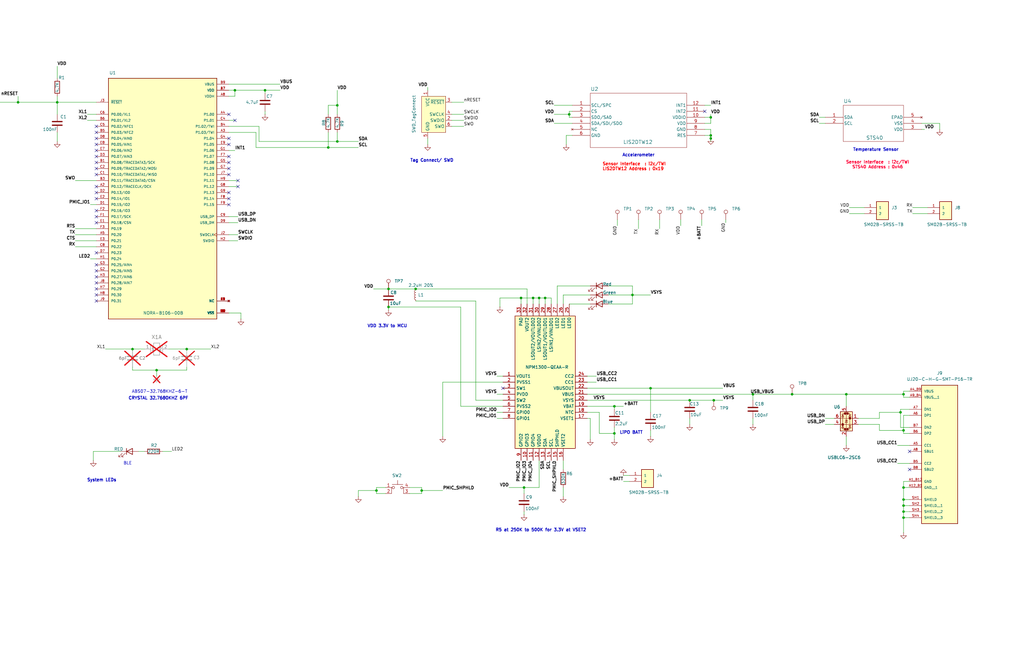
<source format=kicad_sch>
(kicad_sch (version 20231120) (generator "eeschema") (generator_version "8.0")
  (paper "B")
  (junction (at 381 210.82))
  (junction (at 317.5 166.37))
  (junction (at 379.73 173.99))
  (junction (at 224.79 125.73))
  (junction (at 381 205.74))
  (junction (at 138.43 62.23))
  (junction (at 78.74 147.32))
  (junction (at 381 215.9))
  (junction (at 259.08 182.88))
  (junction (at 163.83 129.54))
  (junction (at 381 166.37))
  (junction (at 175.26 121.92))
  (junction (at -20.32 43.18))
  (junction (at 24.13 43.18))
  (junction (at 177.8 207.01))
  (junction (at 381 181.61))
  (junction (at 300.99 168.91))
  (junction (at 299.72 57.15))
  (junction (at 299.72 58.42))
  (junction (at 142.24 59.69))
  (junction (at 219.71 125.73))
  (junction (at 220.98 205.74))
  (junction (at 7.62 43.18))
  (junction (at 299.72 49.53))
  (junction (at 334.01 166.37))
  (junction (at 66.04 156.21))
  (junction (at 290.83 168.91))
  (junction (at 227.33 125.73))
  (junction (at 266.7 124.46))
  (junction (at 99.06 38.1))
  (junction (at 381 213.36))
  (junction (at 111.76 38.1))
  (junction (at -1.27 43.18))
  (junction (at 158.75 207.01))
  (junction (at 163.83 121.92))
  (junction (at 259.08 171.45))
  (junction (at 356.87 166.37))
  (junction (at 274.32 163.83))
  (junction (at 381 218.44))
  (junction (at 142.24 44.45))
  (junction (at 240.03 48.26))
  (junction (at 229.87 125.73))
  (junction (at 55.88 147.32))
  (no_connect (at 96.52 60.96))
  (no_connect (at 40.64 60.96))
  (no_connect (at 40.64 73.66))
  (no_connect (at 383.54 190.5))
  (no_connect (at 40.64 91.44))
  (no_connect (at 40.64 68.58))
  (no_connect (at 40.64 71.12))
  (no_connect (at 96.52 86.36))
  (no_connect (at 40.64 93.98))
  (no_connect (at 383.54 198.12))
  (no_connect (at 40.64 58.42))
  (no_connect (at 40.64 55.88))
  (no_connect (at 96.52 48.26))
  (no_connect (at 40.64 88.9))
  (no_connect (at 40.64 124.46))
  (no_connect (at 40.64 78.74))
  (no_connect (at 40.64 63.5))
  (no_connect (at 40.64 121.92))
  (no_connect (at 40.64 127))
  (no_connect (at 40.64 114.3))
  (no_connect (at 297.18 46.99))
  (no_connect (at 100.33 78.74))
  (no_connect (at 212.09 163.83))
  (no_connect (at 96.52 83.82))
  (no_connect (at 40.64 116.84))
  (no_connect (at 40.64 66.04))
  (no_connect (at 40.64 53.34))
  (no_connect (at 40.64 111.76))
  (no_connect (at 96.52 71.12))
  (no_connect (at 96.52 58.42))
  (no_connect (at 40.64 81.28))
  (no_connect (at 96.52 81.28))
  (no_connect (at 100.33 76.2))
  (no_connect (at 96.52 73.66))
  (no_connect (at 96.52 68.58))
  (no_connect (at 99.06 50.8))
  (no_connect (at 96.52 66.04))
  (no_connect (at 40.64 119.38))
  (no_connect (at 40.64 83.82))
  (no_connect (at 40.64 106.68))
  (wire (pts (xy 381 175.26) (xy 381 181.61)))
  (wire (pts (xy 252.73 182.88) (xy 259.08 182.88)))
  (wire (pts (xy 295.91 92.71) (xy 295.91 95.25)))
  (wire (pts (xy 356.87 166.37) (xy 356.87 171.45)))
  (wire (pts (xy 248.92 124.46) (xy 237.49 124.46)))
  (wire (pts (xy 39.37 190.5) (xy 39.37 194.31)))
  (wire (pts (xy 240.03 46.99) (xy 241.3 46.99)))
  (wire (pts (xy 379.73 173.99) (xy 370.84 173.99)))
  (wire (pts (xy 111.76 38.1) (xy 111.76 39.37)))
  (wire (pts (xy 381 210.82) (xy 381 213.36)))
  (wire (pts (xy 299.72 59.69) (xy 299.72 58.42)))
  (wire (pts (xy 287.02 92.71) (xy 287.02 95.25)))
  (wire (pts (xy 384.81 90.17) (xy 391.16 90.17)))
  (wire (pts (xy 247.65 163.83) (xy 274.32 163.83)))
  (wire (pts (xy 358.14 87.63) (xy 364.49 87.63)))
  (wire (pts (xy 233.68 52.07) (xy 241.3 52.07)))
  (wire (pts (xy 142.24 44.45) (xy 142.24 48.26)))
  (wire (pts (xy 317.5 176.53) (xy 317.5 179.07)))
  (wire (pts (xy 317.5 166.37) (xy 334.01 166.37)))
  (wire (pts (xy 111.76 46.99) (xy 111.76 48.26)))
  (wire (pts (xy 210.82 125.73) (xy 219.71 125.73)))
  (wire (pts (xy 383.54 203.2) (xy 381 203.2)))
  (wire (pts (xy 256.54 128.27) (xy 266.7 128.27)))
  (wire (pts (xy 101.6 132.08) (xy 101.6 134.62)))
  (wire (pts (xy 234.95 120.65) (xy 248.92 120.65)))
  (wire (pts (xy 177.8 205.74) (xy 177.8 207.01)))
  (wire (pts (xy 389.89 54.61) (xy 388.62 54.61)))
  (wire (pts (xy 200.66 168.91) (xy 212.09 168.91)))
  (wire (pts (xy 138.43 62.23) (xy 151.13 62.23)))
  (wire (pts (xy 142.24 38.1) (xy 142.24 44.45)))
  (wire (pts (xy 306.07 93.98) (xy 306.07 92.71)))
  (wire (pts (xy 209.55 173.99) (xy 212.09 173.99)))
  (wire (pts (xy 96.52 101.6) (xy 100.33 101.6)))
  (wire (pts (xy 381 182.88) (xy 383.54 182.88)))
  (wire (pts (xy 163.83 121.92) (xy 175.26 121.92)))
  (wire (pts (xy 78.74 147.32) (xy 88.9 147.32)))
  (wire (pts (xy 334.01 166.37) (xy 356.87 166.37)))
  (wire (pts (xy 44.45 147.32) (xy 55.88 147.32)))
  (wire (pts (xy 96.52 53.34) (xy 109.22 53.34)))
  (wire (pts (xy 278.13 92.71) (xy 278.13 96.52)))
  (wire (pts (xy 237.49 194.31) (xy 237.49 198.12)))
  (wire (pts (xy -1.27 44.45) (xy -6.35 44.45)))
  (wire (pts (xy 300.99 168.91) (xy 304.8 168.91)))
  (wire (pts (xy 260.35 92.71) (xy 260.35 95.25)))
  (wire (pts (xy 266.7 124.46) (xy 274.32 124.46)))
  (wire (pts (xy 96.52 40.64) (xy 99.06 40.64)))
  (wire (pts (xy 96.52 38.1) (xy 99.06 38.1)))
  (wire (pts (xy 370.84 176.53) (xy 370.84 173.99)))
  (wire (pts (xy 274.32 163.83) (xy 274.32 173.99)))
  (wire (pts (xy 68.58 190.5) (xy 72.39 190.5)))
  (wire (pts (xy 299.72 58.42) (xy 299.72 57.15)))
  (wire (pts (xy 274.32 181.61) (xy 274.32 184.15)))
  (wire (pts (xy 227.33 125.73) (xy 224.79 125.73)))
  (wire (pts (xy 209.55 166.37) (xy 212.09 166.37)))
  (wire (pts (xy 356.87 166.37) (xy 381 166.37)))
  (wire (pts (xy 297.18 52.07) (xy 299.72 52.07)))
  (wire (pts (xy -20.32 44.45) (xy -16.51 44.45)))
  (wire (pts (xy 31.75 76.2) (xy 40.64 76.2)))
  (wire (pts (xy 96.52 55.88) (xy 107.95 55.88)))
  (wire (pts (xy 109.22 59.69) (xy 142.24 59.69)))
  (wire (pts (xy 240.03 49.53) (xy 240.03 48.26)))
  (wire (pts (xy 99.06 38.1) (xy 111.76 38.1)))
  (wire (pts (xy 36.83 50.8) (xy 40.64 50.8)))
  (wire (pts (xy 210.82 125.73) (xy 210.82 129.54)))
  (wire (pts (xy 175.26 121.92) (xy 222.25 121.92)))
  (wire (pts (xy 234.95 120.65) (xy 234.95 128.27)))
  (wire (pts (xy 151.13 207.01) (xy 151.13 209.55)))
  (wire (pts (xy 209.55 176.53) (xy 212.09 176.53)))
  (wire (pts (xy 238.76 57.15) (xy 241.3 57.15)))
  (wire (pts (xy 259.08 182.88) (xy 259.08 185.42)))
  (wire (pts (xy 24.13 40.64) (xy 24.13 43.18)))
  (wire (pts (xy 38.1 109.22) (xy 40.64 109.22)))
  (wire (pts (xy -1.27 43.18) (xy 7.62 43.18)))
  (wire (pts (xy 383.54 175.26) (xy 381 175.26)))
  (wire (pts (xy 222.25 121.92) (xy 222.25 128.27)))
  (wire (pts (xy 297.18 49.53) (xy 299.72 49.53)))
  (wire (pts (xy 240.03 48.26) (xy 240.03 46.99)))
  (wire (pts (xy 370.84 181.61) (xy 370.84 179.07)))
  (wire (pts (xy 163.83 129.54) (xy 163.83 130.81)))
  (wire (pts (xy -27.94 43.18) (xy -20.32 43.18)))
  (wire (pts (xy 247.65 176.53) (xy 248.92 176.53)))
  (wire (pts (xy 99.06 38.1) (xy 99.06 40.64)))
  (wire (pts (xy 247.65 161.29) (xy 251.46 161.29)))
  (wire (pts (xy 266.7 120.65) (xy 266.7 124.46)))
  (wire (pts (xy 31.75 96.52) (xy 40.64 96.52)))
  (wire (pts (xy 229.87 125.73) (xy 229.87 128.27)))
  (wire (pts (xy 299.72 48.26) (xy 299.72 49.53)))
  (wire (pts (xy 158.75 207.01) (xy 158.75 208.28)))
  (wire (pts (xy -1.27 41.91) (xy -1.27 43.18)))
  (wire (pts (xy 384.81 87.63) (xy 391.16 87.63)))
  (wire (pts (xy 96.52 99.06) (xy 100.33 99.06)))
  (wire (pts (xy 274.32 163.83) (xy 304.8 163.83)))
  (wire (pts (xy 381 205.74) (xy 383.54 205.74)))
  (wire (pts (xy 227.33 125.73) (xy 227.33 128.27)))
  (wire (pts (xy 381 181.61) (xy 381 182.88)))
  (wire (pts (xy 220.98 217.17) (xy 220.98 215.9)))
  (wire (pts (xy 383.54 180.34) (xy 379.73 180.34)))
  (wire (pts (xy 96.52 76.2) (xy 100.33 76.2)))
  (wire (pts (xy 157.48 121.92) (xy 163.83 121.92)))
  (wire (pts (xy 31.75 104.14) (xy 40.64 104.14)))
  (wire (pts (xy 262.89 203.2) (xy 265.43 203.2)))
  (wire (pts (xy 180.34 58.42) (xy 180.34 60.96)))
  (wire (pts (xy 383.54 172.72) (xy 379.73 172.72)))
  (wire (pts (xy 269.24 92.71) (xy 269.24 96.52)))
  (wire (pts (xy 232.41 125.73) (xy 229.87 125.73)))
  (wire (pts (xy 256.54 120.65) (xy 266.7 120.65)))
  (wire (pts (xy 383.54 215.9) (xy 381 215.9)))
  (wire (pts (xy 180.34 36.83) (xy 180.34 38.1)))
  (wire (pts (xy 383.54 210.82) (xy 381 210.82)))
  (wire (pts (xy 151.13 207.01) (xy 158.75 207.01)))
  (wire (pts (xy 66.04 156.21) (xy 78.74 156.21)))
  (wire (pts (xy 71.12 147.32) (xy 78.74 147.32)))
  (wire (pts (xy 107.95 62.23) (xy 107.95 55.88)))
  (wire (pts (xy 290.83 176.53) (xy 290.83 179.07)))
  (wire (pts (xy 175.26 127) (xy 200.66 127)))
  (wire (pts (xy 142.24 55.88) (xy 142.24 59.69)))
  (wire (pts (xy 297.18 57.15) (xy 299.72 57.15)))
  (wire (pts (xy 55.88 147.32) (xy 60.96 147.32)))
  (wire (pts (xy 247.65 166.37) (xy 317.5 166.37)))
  (wire (pts (xy 252.73 173.99) (xy 252.73 182.88)))
  (wire (pts (xy 383.54 165.1) (xy 381 165.1)))
  (wire (pts (xy -1.27 43.18) (xy -1.27 44.45)))
  (wire (pts (xy 109.22 59.69) (xy 109.22 53.34)))
  (wire (pts (xy 233.68 44.45) (xy 241.3 44.45)))
  (wire (pts (xy 162.56 205.74) (xy 158.75 205.74)))
  (wire (pts (xy 381 166.37) (xy 381 167.64)))
  (wire (pts (xy 190.5 43.18) (xy 195.58 43.18)))
  (wire (pts (xy 381 215.9) (xy 381 218.44)))
  (wire (pts (xy 237.49 205.74) (xy 237.49 209.55)))
  (wire (pts (xy 200.66 127) (xy 200.66 168.91)))
  (wire (pts (xy 378.46 187.96) (xy 383.54 187.96)))
  (wire (pts (xy -27.94 43.18) (xy -27.94 45.72)))
  (wire (pts (xy 256.54 124.46) (xy 266.7 124.46)))
  (wire (pts (xy 138.43 44.45) (xy 142.24 44.45)))
  (wire (pts (xy 214.63 205.74) (xy 220.98 205.74)))
  (wire (pts (xy 36.83 48.26) (xy 40.64 48.26)))
  (wire (pts (xy 248.92 176.53) (xy 248.92 185.42)))
  (wire (pts (xy 381 203.2) (xy 381 205.74)))
  (wire (pts (xy 383.54 213.36) (xy 381 213.36)))
  (wire (pts (xy 388.62 52.07) (xy 396.24 52.07)))
  (wire (pts (xy 118.11 38.1) (xy 111.76 38.1)))
  (wire (pts (xy 55.88 156.21) (xy 66.04 156.21)))
  (wire (pts (xy 24.13 55.88) (xy 24.13 59.69)))
  (wire (pts (xy 396.24 52.07) (xy 396.24 54.61)))
  (wire (pts (xy 247.65 171.45) (xy 259.08 171.45)))
  (wire (pts (xy 259.08 171.45) (xy 259.08 172.72)))
  (wire (pts (xy 232.41 128.27) (xy 232.41 125.73)))
  (wire (pts (xy 177.8 208.28) (xy 172.72 208.28)))
  (wire (pts (xy 107.95 62.23) (xy 138.43 62.23)))
  (wire (pts (xy 158.75 205.74) (xy 158.75 207.01)))
  (wire (pts (xy 24.13 43.18) (xy 40.64 43.18)))
  (wire (pts (xy 266.7 128.27) (xy 266.7 124.46)))
  (wire (pts (xy 220.98 205.74) (xy 220.98 208.28)))
  (wire (pts (xy 229.87 125.73) (xy 227.33 125.73)))
  (wire (pts (xy 96.52 132.08) (xy 101.6 132.08)))
  (wire (pts (xy 186.69 161.29) (xy 186.69 184.15)))
  (wire (pts (xy 163.83 129.54) (xy 194.31 129.54)))
  (wire (pts (xy 247.65 173.99) (xy 252.73 173.99)))
  (wire (pts (xy 227.33 194.31) (xy 227.33 205.74)))
  (wire (pts (xy 96.52 35.56) (xy 118.11 35.56)))
  (wire (pts (xy -20.32 43.18) (xy -20.32 44.45)))
  (wire (pts (xy 361.95 176.53) (xy 370.84 176.53)))
  (wire (pts (xy 190.5 48.26) (xy 195.58 48.26)))
  (wire (pts (xy 138.43 55.88) (xy 138.43 62.23)))
  (wire (pts (xy 24.13 43.18) (xy 24.13 48.26)))
  (wire (pts (xy 381 205.74) (xy 381 210.82)))
  (wire (pts (xy 351.79 176.53) (xy 347.98 176.53)))
  (wire (pts (xy 24.13 27.94) (xy 24.13 33.02)))
  (wire (pts (xy 233.68 48.26) (xy 240.03 48.26)))
  (wire (pts (xy 190.5 53.34) (xy 195.58 53.34)))
  (wire (pts (xy 299.72 54.61) (xy 299.72 57.15)))
  (wire (pts (xy 96.52 93.98) (xy 100.33 93.98)))
  (wire (pts (xy -20.32 41.91) (xy -20.32 43.18)))
  (wire (pts (xy 190.5 50.8) (xy 195.58 50.8)))
  (wire (pts (xy 66.04 158.75) (xy 66.04 156.21)))
  (wire (pts (xy 96.52 78.74) (xy 100.33 78.74)))
  (wire (pts (xy 96.52 63.5) (xy 99.06 63.5)))
  (wire (pts (xy 345.44 52.07) (xy 347.98 52.07)))
  (wire (pts (xy 299.72 49.53) (xy 299.72 52.07)))
  (wire (pts (xy 142.24 59.69) (xy 151.13 59.69)))
  (wire (pts (xy 356.87 184.15) (xy 356.87 187.96)))
  (wire (pts (xy 381 218.44) (xy 381 224.79)))
  (wire (pts (xy 370.84 179.07) (xy 361.95 179.07)))
  (wire (pts (xy 58.42 190.5) (xy 60.96 190.5)))
  (wire (pts (xy 194.31 129.54) (xy 194.31 171.45)))
  (wire (pts (xy 55.88 154.94) (xy 55.88 156.21)))
  (wire (pts (xy 299.72 54.61) (xy 297.18 54.61)))
  (wire (pts (xy 209.55 158.75) (xy 212.09 158.75)))
  (wire (pts (xy 158.75 208.28) (xy 162.56 208.28)))
  (wire (pts (xy 219.71 125.73) (xy 224.79 125.73)))
  (wire (pts (xy 297.18 44.45) (xy 299.72 44.45)))
  (wire (pts (xy 240.03 128.27) (xy 248.92 128.27)))
  (wire (pts (xy 351.79 179.07) (xy 347.98 179.07)))
  (wire (pts (xy 39.37 190.5) (xy 50.8 190.5)))
  (wire (pts (xy 78.74 154.94) (xy 78.74 156.21)))
  (wire (pts (xy 138.43 48.26) (xy 138.43 44.45)))
  (wire (pts (xy 7.62 43.18) (xy 24.13 43.18)))
  (wire (pts (xy 96.52 91.44) (xy 100.33 91.44)))
  (wire (pts (xy 31.75 101.6) (xy 40.64 101.6)))
  (wire (pts (xy 381 218.44) (xy 383.54 218.44)))
  (wire (pts (xy 31.75 99.06) (xy 40.64 99.06)))
  (wire (pts (xy 38.1 86.36) (xy 40.64 86.36)))
  (wire (pts (xy 186.69 161.29) (xy 212.09 161.29)))
  (wire (pts (xy 219.71 125.73) (xy 219.71 128.27)))
  (wire (pts (xy 345.44 49.53) (xy 347.98 49.53)))
  (wire (pts (xy -6.35 41.91) (xy -1.27 41.91)))
  (wire (pts (xy -16.51 41.91) (xy -20.32 41.91)))
  (wire (pts (xy 317.5 166.37) (xy 317.5 168.91)))
  (wire (pts (xy 381 213.36) (xy 381 215.9)))
  (wire (pts (xy 177.8 207.01) (xy 186.69 207.01)))
  (wire (pts (xy 381 181.61) (xy 370.84 181.61)))
  (wire (pts (xy 262.89 200.66) (xy 265.43 200.66)))
  (wire (pts (xy 259.08 182.88) (xy 259.08 180.34)))
  (wire (pts (xy 241.3 49.53) (xy 240.03 49.53)))
  (wire (pts (xy 194.31 171.45) (xy 212.09 171.45)))
  (wire (pts (xy 224.79 125.73) (xy 224.79 128.27)))
  (wire (pts (xy 247.65 168.91) (xy 290.83 168.91)))
  (wire (pts (xy 381 167.64) (xy 383.54 167.64)))
  (wire (pts (xy 177.8 207.01) (xy 177.8 208.28)))
  (wire (pts (xy 99.06 50.8) (xy 96.52 50.8)))
  (wire (pts (xy 237.49 124.46) (xy 237.49 128.27)))
  (wire (pts (xy 379.73 173.99) (xy 379.73 172.72)))
  (wire (pts (xy 259.08 171.45) (xy 262.89 171.45)))
  (wire (pts (xy 227.33 205.74) (xy 220.98 205.74)))
  (wire (pts (xy 378.46 195.58) (xy 383.54 195.58)))
  (wire (pts (xy 290.83 168.91) (xy 300.99 168.91)))
  (wire (pts (xy 7.62 40.64) (xy 7.62 43.18)))
  (wire (pts (xy 238.76 57.15) (xy 238.76 60.96)))
  (wire (pts (xy 381 165.1) (xy 381 166.37)))
  (wire (pts (xy 247.65 158.75) (xy 251.46 158.75)))
  (wire (pts (xy 358.14 90.17) (xy 364.49 90.17)))
  (wire (pts (xy 379.73 180.34) (xy 379.73 173.99)))
  (wire (pts (xy 172.72 205.74) (xy 177.8 205.74)))
  (text "Sensor Interface  : i2c/TWI\nSTS40 Address : 0x46" (at 370.078 69.596 0) (effects (font (size 1.27 1.27) (thickness 0.254) (bold yes))))
  (text "Sensor Interface  : i2c/TWI\nLIS2DTW12 Address : 0x19\n\n" (exclude_from_sim yes) (at 254 71.374 0) (effects (font (size 1.27 1.27) (thickness 0.254) (bold yes)) (justify left)))
  (text "LiPO BATT" (exclude_from_sim yes) (at 266.192 182.626 0) (effects (font (size 1.27 1.27) (thickness 0.254) (bold yes))))
  (text "BLE" (at 53.848 195.58 0) (effects (font (size 1.27 1.27))))
  (text "Tag Connect/ SWD\n\n" (at 182.118 68.834 0) (effects (font (size 1.27 1.27) (thickness 0.254) (bold yes))))
  (text "CRYSTAL 32.7680KHZ 6PF" (at 66.802 168.148 0) (effects (font (size 1.27 1.27) (thickness 0.254) (bold yes))))
  (text "Temperature Sensor\n" (at 369.316 63.246 0) (effects (font (size 1.27 1.27) (thickness 0.254) (bold yes))))
  (text "System LEDs" (at 42.926 202.692 0) (effects (font (size 1.27 1.27) (thickness 0.254) (bold yes))))
  (text "R5 at 250K to 500K for 3.3V at VSET2\n\n " (at 228.092 225.806 0) (effects (font (size 1.27 1.27) (thickness 0.254) (bold yes))))
  (text "Accelerometer" (at 269.24 65.532 0) (effects (font (size 1.27 1.27) (thickness 0.254) (bold yes))))
  (text "ABS07-32.768KHZ-6-T" (at 67.31 165.354 0) (effects (font (size 1.27 1.27) (thickness 0.1588))))
  (text "VDD 3.3V to MCU\n" (at 163.322 137.668 0) (effects (font (size 1.27 1.27) (thickness 0.254) (bold yes))))
  (label "VBUS" (at 118.11 35.56 0) (effects (font (thickness 0.254) (bold yes))))
  (label "USB_DN" (at 100.33 93.98 0) (effects (font (thickness 0.254) (bold yes))))
  (label "VDD" (at 287.02 95.25 270))
  (label "USB_VBUS" (at 326.39 166.37 180) (effects (font (thickness 0.254) (bold yes))))
  (label "VBUS" (at 304.8 163.83 0) (effects (font (thickness 0.254) (bold yes))))
  (label "nRESET" (at 7.62 40.64 180) (effects (font (thickness 0.254) (bold yes))))
  (label "SCL" (at 233.68 44.45 180) (effects (font (thickness 0.254) (bold yes))))
  (label "PMIC_SHPHLD" (at 234.95 194.31 270) (effects (font (thickness 0.254) (bold yes))))
  (label "XL1" (at 44.45 147.32 180))
  (label "VSYS" (at 209.55 158.75 180) (effects (font (thickness 0.254) (bold yes))))
  (label "GND" (at 358.14 90.17 180))
  (label "SDA" (at 345.44 49.53 180) (effects (font (thickness 0.254) (bold yes))))
  (label "VDD" (at 24.13 27.94 0) (effects (font (thickness 0.254) (bold yes))))
  (label "VSYS" (at 274.32 124.46 0) (effects (font (thickness 0.254) (bold yes))))
  (label "SWDIO" (at 100.33 101.6 0) (effects (font (thickness 0.254) (bold yes))))
  (label "XL2" (at 36.83 50.8 180) (effects (font (thickness 0.254) (bold yes))))
  (label "SCL" (at 345.44 52.07 180) (effects (font (thickness 0.254) (bold yes))))
  (label "PMIC_SHPHLD" (at 186.69 207.01 0) (effects (font (thickness 0.254) (bold yes))))
  (label "RX" (at 278.13 96.52 270))
  (label "SWO" (at 195.58 53.34 0))
  (label "SCL" (at 151.13 62.23 0) (effects (font (thickness 0.254) (bold yes))))
  (label "SDA" (at 229.87 194.31 270) (effects (font (thickness 0.254) (bold yes))))
  (label "GND" (at 260.35 95.25 270))
  (label "PMIC_IO2" (at 219.71 194.31 270) (effects (font (thickness 0.254) (bold yes))))
  (label "VDD" (at 389.89 54.61 0) (effects (font (thickness 0.254) (bold yes))))
  (label "LED2" (at 72.39 190.5 0))
  (label "PMIC_IO3" (at 222.25 194.31 270) (effects (font (thickness 0.254) (bold yes))))
  (label "SDA" (at 233.68 52.07 180) (effects (font (thickness 0.254) (bold yes))))
  (label "VDD" (at 358.14 87.63 180))
  (label "RTS" (at 31.75 96.52 180) (effects (font (thickness 0.254) (bold yes))))
  (label "CTS" (at 31.75 101.6 180) (effects (font (thickness 0.254) (bold yes))))
  (label "VSYS" (at 250.19 168.91 0) (effects (font (thickness 0.254) (bold yes))))
  (label "USB_DN" (at 347.98 176.53 180) (effects (font (thickness 0.254) (bold yes))))
  (label "XL1" (at 36.83 48.26 180) (effects (font (thickness 0.254) (bold yes))))
  (label "VDD" (at 214.63 205.74 180) (effects (font (thickness 0.254) (bold yes))))
  (label "SDA" (at 151.13 59.69 0) (effects (font (thickness 0.254) (bold yes))))
  (label "INT1" (at 299.72 44.45 0) (effects (font (thickness 0.254) (bold yes))))
  (label "SWCLK" (at 100.33 99.06 0) (effects (font (thickness 0.254) (bold yes))))
  (label "VDD" (at 118.11 38.1 0) (effects (font (thickness 0.254) (bold yes))))
  (label "VDD" (at 157.48 121.92 180) (effects (font (thickness 0.254) (bold yes))))
  (label "SCL" (at 232.41 194.31 270) (effects (font (thickness 0.254) (bold yes))))
  (label "USB_CC2" (at 378.46 195.58 180) (effects (font (thickness 0.254) (bold yes))))
  (label "+BATT" (at 262.89 171.45 0) (effects (font (thickness 0.254) (bold yes))))
  (label "PMIC_IO0" (at 209.55 173.99 180) (effects (font (thickness 0.254) (bold yes))))
  (label "USB_DP" (at 347.98 179.07 180) (effects (font (thickness 0.254) (bold yes))))
  (label "VDD" (at 233.68 48.26 180) (effects (font (thickness 0.254) (bold yes))))
  (label "PMIC_IO4" (at 224.79 194.31 270) (effects (font (thickness 0.254) (bold yes))))
  (label "nRESET" (at 195.58 43.18 0))
  (label "+BATT" (at 262.89 203.2 180) (effects (font (thickness 0.254) (bold yes))))
  (label "VDD" (at 299.72 48.26 0) (effects (font (thickness 0.254) (bold yes))))
  (label "GND" (at 306.07 93.98 270))
  (label "USB_CC1" (at 378.46 187.96 180) (effects (font (thickness 0.254) (bold yes))))
  (label "RX" (at 384.81 87.63 180))
  (label "TX" (at 31.75 99.06 180) (effects (font (thickness 0.254) (bold yes))))
  (label "INT1" (at 99.06 63.5 0) (effects (font (thickness 0.254) (bold yes))))
  (label "VDD" (at 142.24 38.1 0) (effects (font (thickness 0.254) (bold yes))))
  (label "USB_CC2" (at 251.46 158.75 0) (effects (font (thickness 0.254) (bold yes))))
  (label "SWCLK" (at 195.58 48.26 0))
  (label "USB_DP" (at 100.33 91.44 0) (effects (font (thickness 0.254) (bold yes))))
  (label "RX" (at 31.75 104.14 180) (effects (font (thickness 0.254) (bold yes))))
  (label "+BATT" (at 295.91 95.25 270) (effects (font (thickness 0.254) (bold yes))))
  (label "SWO" (at 31.75 76.2 180) (effects (font (thickness 0.254) (bold yes))))
  (label "SWDIO" (at 195.58 50.8 0))
  (label "VDD" (at 180.34 36.83 180) (effects (font (thickness 0.254) (bold yes))))
  (label "TX" (at 269.24 96.52 270))
  (label "VSYS" (at 209.55 166.37 180) (effects (font (thickness 0.254) (bold yes))))
  (label "PMIC_IO1" (at 38.1 86.36 180) (effects (font (thickness 0.254) (bold yes))))
  (label "USB_CC1" (at 251.46 161.29 0) (effects (font (thickness 0.254) (bold yes))))
  (label "XL2" (at 88.9 147.32 0))
  (label "LED2" (at 38.1 109.22 180) (effects (font (thickness 0.254) (bold yes))))
  (label "VSYS" (at 304.8 168.91 0) (effects (font (thickness 0.254) (bold yes))))
  (label "TX" (at 384.81 90.17 180))
  (label "PMIC_IO1" (at 209.55 176.53 180) (effects (font (thickness 0.254) (bold yes))))
  (symbol (lib_id "power:GND") (at 163.83 130.81 0) (unit 1)
    (property "Reference" "#PWR09" (effects (hide yes)))
    (property "Value" "GND" (effects (hide yes)))
    (property "Description" "Power symbol creates a global label with name \"GND\" , ground" (effects (hide yes)))
  )
  (symbol (lib_id "Device:R") (at 64.77 190.5 90) (unit 1)
    (property "Reference" "R2" (at 66.294 187.96 90) (effects (justify left)))
    (property "Value" "220R" (at 67.31 190.5 90) (effects (justify left)))
    (property "Footprint" "Resistor_SMD:R_0603_1608Metric" (effects (hide yes)))
    (property "Description" "Resistor" (effects (hide yes)))
  )
  (symbol (lib_id "Project_Work:UJ20-C-H-G-SMT-P16-TR") (at 396.24 185.42 0) (mirror y) (unit 1)
    (property "Reference" "J9" (at 396.24 157.48 0))
    (property "Value" "UJ20-C-H-G-SMT-P16-TR" (at 396.24 160.02 0))
    (property "Footprint" "Project_Work:SAMESKY_UJ20-C-H-G-SMT-P16-TR-USBC-FEMALE" (effects (hide yes)))
    (property "PARTREV" "1.0" (effects (hide yes)))
    (property "STANDARD" "Manufacturer Recommendations" (effects (hide yes)))
    (property "MAXIMUM_PACKAGE_HEIGHT" "3.36mm" (effects (hide yes)))
    (property "MANUFACTURER" "Same Sky" (effects (hide yes)))
  )
  (symbol (lib_id "Project_Work:NPM1300-QEAA-R") (at 212.09 158.75 0) (unit 1)
    (property "Reference" "IC1" (effects (hide yes)))
    (property "Value" "NPM1300-QEAA-R" (at 230.632 154.94 0))
    (property "Footprint" "Project_Work:NPM1300" (effects (hide yes)))
    (property "Datasheet" "https://infocenter.nordicsemi.com/index.jsp?topic=%2Fstruct_pmic%2Fstruct%2Fnpm1300.html" (effects (hide yes)))
    (property "Description" "Power Management IC (PMIC) with battery charging, accurate fuel gauging and advanced system management features." (effects (hide yes)))
    (property "Height" "0.9" (effects (hide yes)))
    (property "Manufacturer_Name" "Nordic Semiconductor" (effects (hide yes)))
    (property "Manufacturer_Part_Number" "NPM1300-QEAA-R" (effects (hide yes)))
    (property "Mouser Part Number" "949-NPM1300-QEAA-R" (effects (hide yes)))
    (property "Mouser Price/Stock" "https://www.mouser.co.uk/ProductDetail/Nordic-Semiconductor/nPM1300-QEAA-R?qs=3pZoU%2F6IRTiFavqFmjPoaw%3D%3D" (effects (hide yes)))
    (property "Arrow Part Number" "NPM1300-QEAA-R" (effects (hide yes)))
    (property "Arrow Price/Stock" "https://www.arrow.com/en/products/npm1300-qeaa-r/nordic-semiconductor?region=nac" (effects (hide yes)))
  )
  (symbol (lib_id "Connector:TestPoint") (at 163.83 121.92 0) (unit 1)
    (property "Reference" "TP7" (at 166.37 118.6179 0) (effects (justify left)))
    (property "Value" "TestPoint" (effects (hide yes)))
    (property "Footprint" "TestPoint:TestPoint_Pad_D1.0mm" (effects (hide yes)))
    (property "Description" "test point" (effects (hide yes)))
  )
  (symbol (lib_id "power:GND") (at 237.49 209.55 0) (unit 1)
    (property "Reference" "#PWR016" (effects (hide yes)))
    (property "Value" "GND" (effects (hide yes)))
    (property "Description" "Power symbol creates a global label with name \"GND\" , ground" (effects (hide yes)))
  )
  (symbol (lib_id "Project_Work:ABS07-32.768KHZ-6-T") (at 60.96 147.32 0) (unit 1) (on_board no) (dnp yes)
    (property "Reference" "X1" (at 66.04 142.24 0) (effects (font (size 1.524 1.524))))
    (property "Value" "ABS07-32.768KHZ-6-T" (effects (hide yes)))
    (property "Footprint" "Project_Work:XTAL_ABS07_ABR" (effects (hide yes)))
    (property "Datasheet" "ABS07-32.768KHZ-6-T" (effects (hide yes)))
  )
  (symbol (lib_id "Connector:TestPoint") (at 295.91 92.71 0) (unit 1)
    (property "Reference" "TP5" (at 298.45 88.1379 0) (effects (justify left)))
    (property "Value" "TestPoint" (effects (hide yes)))
    (property "Footprint" "TestPoint:TestPoint_Pad_1.5x1.5mm" (effects (hide yes)))
    (property "Description" "test point" (effects (hide yes)))
  )
  (symbol (lib_id "Device:C") (at 78.74 151.13 0) (unit 1) (on_board no) (dnp yes)
    (property "Reference" "C3" (at 81.534 150.876 0) (effects (justify left)))
    (property "Value" "6pF" (at 72.644 151.13 0) (effects (justify left)))
    (property "Footprint" "Capacitor_SMD:C_0603_1608Metric" (effects (hide yes)))
    (property "Description" "Unpolarized capacitor" (effects (hide yes)))
  )
  (symbol (lib_id "Switch:SW_MEC_5E") (at 167.64 208.28 0) (unit 1)
    (property "Reference" "SW2" (at 167.386 200.66 0))
    (property "Value" "SW_MEC_5E" (effects (hide yes)))
    (property "Footprint" "Project_Work:SW4_PTS815 SJM 250 SMTR LFS_CNK" (effects (hide yes)))
    (property "Datasheet" "http://www.apem.com/int/index.php?controller=attachment&id_attachment=1371" (effects (hide yes)))
    (property "Description" "MEC 5E single pole normally-open tactile switch" (effects (hide yes)))
  )
  (symbol (lib_id "power:GND") (at 274.32 184.15 0) (unit 1)
    (property "Reference" "#PWR026" (effects (hide yes)))
    (property "Value" "GND" (effects (hide yes)))
    (property "Description" "Power symbol creates a global label with name \"GND\" , ground" (effects (hide yes)))
  )
  (symbol (lib_id "power:GND") (at 356.87 187.96 0) (mirror y) (unit 1)
    (property "Reference" "#PWR027" (effects (hide yes)))
    (property "Value" "GND" (effects (hide yes)))
    (property "Description" "Power symbol creates a global label with name \"GND\" , ground" (effects (hide yes)))
  )
  (symbol (lib_id "power:GND") (at 180.34 60.96 0) (unit 1)
    (property "Reference" "#PWR011" (effects (hide yes)))
    (property "Value" "GND" (effects (hide yes)))
    (property "Description" "Power symbol creates a global label with name \"GND\" , ground" (effects (hide yes)))
  )
  (symbol (lib_id "Device:C") (at 259.08 176.53 0) (unit 1)
    (property "Reference" "C11" (at 259.334 174.244 0) (effects (justify left)))
    (property "Value" "2.2uF" (at 259.334 178.816 0) (effects (justify left)))
    (property "Footprint" "Capacitor_SMD:C_0603_1608Metric" (effects (hide yes)))
    (property "Description" "Unpolarized capacitor" (effects (hide yes)))
  )
  (symbol (lib_id "Connector:Conn_ARM_SWD_TagConnect_TC2030-NL") (at 182.88 48.26 0) (unit 1) (in_bom no)
    (property "Reference" "J2" (effects (hide yes)))
    (property "Value" "SWD_TagConnect" (at 174.498 40.132 90) (effects (justify right)))
    (property "Footprint" "Connector:Tag-Connect_TC2030-IDC-NL_2x03_P1.27mm_Vertical" (effects (hide yes)))
    (property "Datasheet" "https://www.tag-connect.com/wp-content/uploads/bsk-pdf-manager/TC2030-CTX_1.pdf" (effects (hide yes)))
    (property "Description" "Tag-Connect ARM Cortex SWD JTAG connector, 6 pin, no legs" (effects (hide yes)))
  )
  (symbol (lib_id "Project_Work:STS40-CD1B-R3") (at 347.98 49.53 0) (unit 1)
    (property "Reference" "U4" (at 357.378 42.672 0) (effects (font (size 1.524 1.524))))
    (property "Value" "STS40" (at 368.808 58.166 0) (effects (font (size 1.524 1.524))))
    (property "Footprint" "Project_Work:STS40" (effects (hide yes)))
    (property "Datasheet" "STS40-CD1B-R3" (effects (hide yes)))
  )
  (symbol (lib_id "power:GND") (at 111.76 48.26 0) (unit 1)
    (property "Reference" "#PWR08" (effects (hide yes)))
    (property "Value" "GND" (effects (hide yes)))
    (property "Description" "Power symbol creates a global label with name \"GND\" , ground" (effects (hide yes)))
  )
  (symbol (lib_id "Device:LED") (at 54.61 190.5 0) (unit 1)
    (property "Reference" "D1" (effects (hide yes)))
    (property "Value" "RED" (at 50.038 189.484 0))
    (property "Footprint" "LED_SMD:LED_0603_1608Metric" (effects (hide yes)))
    (property "Description" "Light emitting diode" (effects (hide yes)))
  )
  (symbol (lib_id "Connector:TestPoint") (at 306.07 92.71 0) (unit 1)
    (property "Reference" "TP6" (at 308.61 88.1379 0) (effects (justify left)))
    (property "Value" "TestPoint" (effects (hide yes)))
    (property "Footprint" "TestPoint:TestPoint_Pad_1.5x1.5mm" (effects (hide yes)))
    (property "Description" "test point" (effects (hide yes)))
  )
  (symbol (lib_id "Project_Work:SM02B-SRSS-TB_LF__SN_") (at 265.43 205.74 0) (unit 1)
    (property "Reference" "J4" (at 276.86 200.6599 0) (effects (justify left)))
    (property "Value" "SM02B-SRSS-TB" (at 265.176 207.772 0) (effects (justify left)))
    (property "Footprint" "Project_Work:SM02B-SRSS-TB" (effects (hide yes)))
    (property "Description" "SH Series 2 Position 1 mm Pitch Surface Mount Side Entry Shrouded Header" (effects (hide yes)))
    (property "MF" "JST Sales" (effects (hide yes)))
    (property "PACKAGE" "None" (effects (hide yes)))
    (property "PRICE" "0.23 USD" (effects (hide yes)))
    (property "Package" "None" (effects (hide yes)))
    (property "Check_prices" "https://www.snapeda.com/parts/SM02B-SRSS-TB(LF)(SN)/JST/view-part/?ref=eda" (effects (hide yes)))
    (property "Price" "None" (effects (hide yes)))
    (property "SnapEDA_Link" "https://www.snapeda.com/parts/SM02B-SRSS-TB(LF)(SN)/JST/view-part/?ref=snap" (effects (hide yes)))
    (property "MP" "SM02B-SRSS-TB(LF)(SN)" (effects (hide yes)))
    (property "Availability" "In Stock" (effects (hide yes)))
    (property "AVAILABILITY" "Good" (effects (hide yes)))
    (property "Description_1" "\n                        \n                            Connector Header Surface Mount, Right Angle 2 position 0.039 (1.00mm)\n                        \n" (effects (hide yes)))
  )
  (symbol (lib_id "power:GND") (at 396.24 54.61 0) (unit 1)
    (property "Reference" "#PWR024" (effects (hide yes)))
    (property "Value" "GND" (effects (hide yes)))
    (property "Description" "Power symbol creates a global label with name \"GND\" , ground" (effects (hide yes)))
  )
  (symbol (lib_id "power:GND") (at 101.6 134.62 0) (unit 1)
    (property "Reference" "#PWR06" (effects (hide yes)))
    (property "Value" "GND" (effects (hide yes)))
    (property "Description" "Power symbol creates a global label with name \"GND\" , ground" (effects (hide yes)))
  )
  (symbol (lib_id "power:GND") (at 248.92 185.42 0) (unit 1)
    (property "Reference" "#PWR017" (effects (hide yes)))
    (property "Value" "GND" (effects (hide yes)))
    (property "Description" "Power symbol creates a global label with name \"GND\" , ground" (effects (hide yes)))
  )
  (symbol (lib_id "Device:L_Small") (at 175.26 124.46 180) (unit 1)
    (property "Reference" "L1" (at 176.276 124.46 0) (effects (justify right)))
    (property "Value" "2.2uH 20%" (at 172.212 120.396 0) (effects (justify right)))
    (property "Footprint" "Inductor_SMD:L_0603_1608Metric" (effects (hide yes)))
    (property "Description" "Inductor, small symbol" (effects (hide yes)))
  )
  (symbol (lib_id "Device:R") (at 138.43 52.07 180) (unit 1)
    (property "Reference" "R8" (at 136.6305 50.4419 90) (effects (justify left)))
    (property "Value" "4.7K" (at 138.43 49.53 90) (effects (justify left)))
    (property "Footprint" "Resistor_SMD:R_0603_1608Metric" (effects (hide yes)))
    (property "Description" "Resistor" (effects (hide yes)))
  )
  (symbol (lib_id "Device:R") (at 24.13 36.83 0) (unit 1)
    (property "Reference" "R1" (at 24.638 32.766 0) (effects (justify left)))
    (property "Value" "4.7K" (at 24.13 39.116 90) (effects (justify left)))
    (property "Footprint" "Resistor_SMD:R_0603_1608Metric" (effects (hide yes)))
    (property "Description" "Resistor" (effects (hide yes)))
  )
  (symbol (lib_id "Device:R") (at 237.49 201.93 0) (unit 1)
    (property "Reference" "R6" (at 238.76 199.898 0) (effects (justify left)))
    (property "Value" "330K" (at 237.49 204.47 90) (effects (justify left)))
    (property "Footprint" "Resistor_SMD:R_0603_1608Metric" (effects (hide yes)))
    (property "Description" "Resistor" (effects (hide yes)))
  )
  (symbol (lib_id "Device:C") (at 274.32 177.8 0) (unit 1)
    (property "Reference" "C17" (at 275.082 175.514 0) (effects (justify left)))
    (property "Value" "100nF" (at 274.828 180.34 0) (effects (justify left)))
    (property "Footprint" "Capacitor_SMD:C_0603_1608Metric" (effects (hide yes)))
    (property "Description" "Unpolarized capacitor" (effects (hide yes)))
  )
  (symbol (lib_id "power:GND") (at 151.13 209.55 0) (unit 1)
    (property "Reference" "#PWR029" (effects (hide yes)))
    (property "Value" "GND" (effects (hide yes)))
    (property "Description" "Power symbol creates a global label with name \"GND\" , ground" (effects (hide yes)))
  )
  (symbol (lib_id "power:GND") (at 66.04 158.75 0) (unit 1) (on_board no) (dnp yes)
    (property "Reference" "#PWR04" (effects (hide yes)))
    (property "Value" "GND" (effects (hide yes)))
    (property "Description" "Power symbol creates a global label with name \"GND\" , ground" (effects (hide yes)))
  )
  (symbol (lib_id "power:GND") (at 262.89 200.66 180) (unit 1)
    (property "Reference" "#PWR020" (effects (hide yes)))
    (property "Value" "GND" (effects (hide yes)))
    (property "Description" "Power symbol creates a global label with name \"GND\" , ground" (effects (hide yes)))
  )
  (symbol (lib_id "Project_Work:LIS2DTW12") (at 241.3 44.45 0) (unit 1)
    (property "Reference" "U2" (at 250.698 37.592 0) (effects (font (size 1.524 1.524))))
    (property "Value" "LIS2DTW12" (at 268.986 59.944 0) (effects (font (size 1.524 1.524))))
    (property "Footprint" "Project_Work:LIS2DTW12_STM" (effects (hide yes)))
    (property "Datasheet" "LIS2DTW12" (effects (hide yes)))
  )
  (symbol (lib_id "power:GND") (at 39.37 194.31 0) (unit 1)
    (property "Reference" "#PWR03" (effects (hide yes)))
    (property "Value" "GND" (effects (hide yes)))
    (property "Description" "Power symbol creates a global label with name \"GND\" , ground" (effects (hide yes)))
  )
  (symbol (lib_id "Device:LED") (at 252.73 128.27 0) (unit 1)
    (property "Reference" "D5" (effects (hide yes)))
    (property "Value" "Blue" (at 256.286 127.254 0))
    (property "Footprint" "LED_SMD:LED_0603_1608Metric" (effects (hide yes)))
    (property "Description" "Light emitting diode" (effects (hide yes)))
  )
  (symbol (lib_id "Connector:TestPoint") (at 287.02 92.71 0) (unit 1)
    (property "Reference" "TP4" (at 289.56 88.1379 0) (effects (justify left)))
    (property "Value" "TestPoint" (effects (hide yes)))
    (property "Footprint" "TestPoint:TestPoint_Pad_1.5x1.5mm" (effects (hide yes)))
    (property "Description" "test point" (effects (hide yes)))
  )
  (symbol (lib_id "Connector:TestPoint") (at 300.99 168.91 180) (unit 1)
    (property "Reference" "TP9" (at 303.53 172.2119 0) (effects (justify right)))
    (property "Value" "TestPoint" (effects (hide yes)))
    (property "Footprint" "TestPoint:TestPoint_Pad_D1.0mm" (effects (hide yes)))
    (property "Description" "test point" (effects (hide yes)))
  )
  (symbol (lib_id "Device:C") (at 163.83 125.73 0) (unit 1)
    (property "Reference" "C8" (at 164.592 123.444 0) (effects (justify left)))
    (property "Value" "10uF" (at 164.338 128.016 0) (effects (justify left)))
    (property "Footprint" "Capacitor_SMD:C_0603_1608Metric" (effects (hide yes)))
    (property "Description" "Unpolarized capacitor" (effects (hide yes)))
  )
  (symbol (lib_id "power:GND") (at 220.98 217.17 0) (unit 1)
    (property "Reference" "#PWR014" (effects (hide yes)))
    (property "Value" "GND" (effects (hide yes)))
    (property "Description" "Power symbol creates a global label with name \"GND\" , ground" (effects (hide yes)))
  )
  (symbol (lib_id "power:GND") (at 290.83 179.07 0) (unit 1)
    (property "Reference" "#PWR021" (effects (hide yes)))
    (property "Value" "GND" (effects (hide yes)))
    (property "Description" "Power symbol creates a global label with name \"GND\" , ground" (effects (hide yes)))
  )
  (symbol (lib_id "Device:LED") (at 252.73 120.65 0) (unit 1)
    (property "Reference" "D3" (effects (hide yes)))
    (property "Value" "Red" (at 256.032 119.888 0))
    (property "Footprint" "LED_SMD:LED_0603_1608Metric" (effects (hide yes)))
    (property "Description" "Light emitting diode" (effects (hide yes)))
  )
  (symbol (lib_id "Device:R") (at 142.24 52.07 180) (unit 1)
    (property "Reference" "R9" (at 144.272 50.8 90) (effects (justify left)))
    (property "Value" "4.7K" (at 142.24 49.53 90) (effects (justify left)))
    (property "Footprint" "Resistor_SMD:R_0603_1608Metric" (effects (hide yes)))
    (property "Description" "Resistor" (effects (hide yes)))
  )
  (symbol (lib_id "power:GND") (at 186.69 184.15 0) (unit 1)
    (property "Reference" "#PWR012" (effects (hide yes)))
    (property "Value" "GND" (effects (hide yes)))
    (property "Description" "Power symbol creates a global label with name \"GND\" , ground" (effects (hide yes)))
  )
  (symbol (lib_id "Connector:TestPoint") (at 269.24 92.71 0) (unit 1)
    (property "Reference" "TP2" (at 271.78 88.1379 0) (effects (justify left)))
    (property "Value" "TestPoint" (effects (hide yes)))
    (property "Footprint" "TestPoint:TestPoint_Pad_1.5x1.5mm" (effects (hide yes)))
    (property "Description" "test point" (effects (hide yes)))
  )
  (symbol (lib_id "Project_Work:NORA-B106-00B") (at 68.58 83.82 0) (unit 1)
    (property "Reference" "U1" (at 47.498 30.734 0))
    (property "Value" "NORA-B106-00B" (at 68.834 132.08 0))
    (property "Footprint" "Project_Work:NORA-B106-00B" (effects (hide yes)))
    (property "MF" "U-Blox" (effects (hide yes)))
    (property "MAXIMUM_PACKAGE_HEIGHT" "1.8mm" (effects (hide yes)))
    (property "Package" "None" (effects (hide yes)))
    (property "Price" "None" (effects (hide yes)))
    (property "Check_prices" "https://www.snapeda.com/parts/NORA-B106-00B/u-blox/view-part/?ref=eda" (effects (hide yes)))
    (property "STANDARD" "Manufacturer Recommendations" (effects (hide yes)))
    (property "PARTREV" "R05" (effects (hide yes)))
    (property "SnapEDA_Link" "https://www.snapeda.com/parts/NORA-B106-00B/u-blox/view-part/?ref=snap" (effects (hide yes)))
    (property "MP" "NORA-B106-00B" (effects (hide yes)))
    (property "Description_1" "\n                        \n                            802.15.4, Bluetooth Bluetooth v5.2, Thread, Zigbee® Transceiver Module 2.4GHz Antenna Not Included Surface Mount\n                        \n" (effects (hide yes)))
    (property "Availability" "In Stock" (effects (hide yes)))
    (property "MANUFACTURER" "u-blox" (effects (hide yes)))
  )
  (symbol (lib_id "Device:LED") (at 252.73 124.46 0) (unit 1)
    (property "Reference" "D4" (effects (hide yes)))
    (property "Value" "Green" (at 257.048 123.444 0))
    (property "Footprint" "LED_SMD:LED_0603_1608Metric" (effects (hide yes)))
    (property "Description" "Light emitting diode" (effects (hide yes)))
  )
  (symbol (lib_id "Project_Work:SM02B-SRSS-TB_LF__SN_") (at 391.16 92.71 0) (unit 1)
    (property "Reference" "J8" (at 402.59 87.6299 0) (effects (justify left)))
    (property "Value" "SM02B-SRSS-TB" (at 390.906 94.742 0) (effects (justify left)))
    (property "Footprint" "Project_Work:SM02B-SRSS-TB" (effects (hide yes)))
    (property "Description" "SH Series 2 Position 1 mm Pitch Surface Mount Side Entry Shrouded Header" (effects (hide yes)))
    (property "MF" "JST Sales" (effects (hide yes)))
    (property "PACKAGE" "None" (effects (hide yes)))
    (property "PRICE" "0.23 USD" (effects (hide yes)))
    (property "Package" "None" (effects (hide yes)))
    (property "Check_prices" "https://www.snapeda.com/parts/SM02B-SRSS-TB(LF)(SN)/JST/view-part/?ref=eda" (effects (hide yes)))
    (property "Price" "None" (effects (hide yes)))
    (property "SnapEDA_Link" "https://www.snapeda.com/parts/SM02B-SRSS-TB(LF)(SN)/JST/view-part/?ref=snap" (effects (hide yes)))
    (property "MP" "SM02B-SRSS-TB(LF)(SN)" (effects (hide yes)))
    (property "Availability" "In Stock" (effects (hide yes)))
    (property "AVAILABILITY" "Good" (effects (hide yes)))
    (property "Description_1" "\n                        \n                            Connector Header Surface Mount, Right Angle 2 position 0.039 (1.00mm)\n                        \n" (effects (hide yes)))
  )
  (symbol (lib_id "power:GND") (at 299.72 58.42 0) (unit 1)
    (property "Reference" "#PWR022" (effects (hide yes)))
    (property "Value" "GND" (effects (hide yes)))
    (property "Description" "Power symbol creates a global label with name \"GND\" , ground" (effects (hide yes)))
  )
  (symbol (lib_id "Device:C") (at 55.88 151.13 0) (unit 1) (on_board no) (dnp yes)
    (property "Reference" "C2" (at 58.674 151.13 0) (effects (justify left)))
    (property "Value" "6pF" (at 50.038 151.13 0) (effects (justify left)))
    (property "Footprint" "Capacitor_SMD:C_0603_1608Metric" (effects (hide yes)))
    (property "Description" "Unpolarized capacitor" (effects (hide yes)))
  )
  (symbol (lib_id "Device:C") (at 111.76 43.18 0) (unit 1)
    (property "Reference" "C7" (at 112.268 40.64 0) (effects (justify left)))
    (property "Value" "4.7uF" (at 103.632 43.18 0) (effects (justify left)))
    (property "Footprint" "Capacitor_SMD:C_0603_1608Metric" (effects (hide yes)))
    (property "Description" "Unpolarized capacitor" (effects (hide yes)))
  )
  (symbol (lib_id "Switch:SW_MEC_5E") (at -11.43 44.45 0) (unit 1)
    (property "Reference" "SW1" (at -11.684 36.83 0))
    (property "Value" "SW_MEC_5E" (effects (hide yes)))
    (property "Footprint" "Project_Work:SW4_PTS815 SJM 250 SMTR LFS_CNK" (effects (hide yes)))
    (property "Datasheet" "http://www.apem.com/int/index.php?controller=attachment&id_attachment=1371" (effects (hide yes)))
    (property "Description" "MEC 5E single pole normally-open tactile switch" (effects (hide yes)))
  )
  (symbol (lib_id "Connector:TestPoint") (at 260.35 92.71 0) (unit 1)
    (property "Reference" "TP1" (at 262.89 88.1379 0) (effects (justify left)))
    (property "Value" "TestPoint" (effects (hide yes)))
    (property "Footprint" "TestPoint:TestPoint_Pad_1.5x1.5mm" (effects (hide yes)))
    (property "Description" "test point" (effects (hide yes)))
  )
  (symbol (lib_id "power:GND") (at 317.5 179.07 0) (unit 1)
    (property "Reference" "#PWR028" (effects (hide yes)))
    (property "Value" "GND" (effects (hide yes)))
    (property "Description" "Power symbol creates a global label with name \"GND\" , ground" (effects (hide yes)))
  )
  (symbol (lib_id "Device:C") (at 220.98 212.09 0) (unit 1)
    (property "Reference" "C9" (at 221.742 209.804 0) (effects (justify left)))
    (property "Value" "100nF" (at 221.488 214.63 0) (effects (justify left)))
    (property "Footprint" "Capacitor_SMD:C_0603_1608Metric" (effects (hide yes)))
    (property "Description" "Unpolarized capacitor" (effects (hide yes)))
  )
  (symbol (lib_id "power:GND") (at -27.94 45.72 0) (unit 1)
    (property "Reference" "#PWR01" (effects (hide yes)))
    (property "Value" "GND" (effects (hide yes)))
    (property "Description" "Power symbol creates a global label with name \"GND\" , ground" (effects (hide yes)))
  )
  (symbol (lib_id "power:GND") (at 259.08 185.42 0) (unit 1)
    (property "Reference" "#PWR019" (effects (hide yes)))
    (property "Value" "GND" (effects (hide yes)))
    (property "Description" "Power symbol creates a global label with name \"GND\" , ground" (effects (hide yes)))
  )
  (symbol (lib_id "power:GND") (at 238.76 60.96 0) (unit 1)
    (property "Reference" "#PWR015" (effects (hide yes)))
    (property "Value" "GND" (effects (hide yes)))
    (property "Description" "Power symbol creates a global label with name \"GND\" , ground" (effects (hide yes)))
  )
  (symbol (lib_id "Device:C") (at 290.83 172.72 0) (unit 1)
    (property "Reference" "C13" (at 290.83 170.434 0) (effects (justify left)))
    (property "Value" "10uF" (at 291.084 175.006 0) (effects (justify left)))
    (property "Footprint" "Capacitor_SMD:C_0603_1608Metric" (effects (hide yes)))
    (property "Description" "Unpolarized capacitor" (effects (hide yes)))
  )
  (symbol (lib_id "Device:C") (at 317.5 172.72 0) (unit 1)
    (property "Reference" "C18" (at 318.262 170.434 0) (effects (justify left)))
    (property "Value" "100nF" (at 318.008 175.26 0) (effects (justify left)))
    (property "Footprint" "Capacitor_SMD:C_0603_1608Metric" (effects (hide yes)))
    (property "Description" "Unpolarized capacitor" (effects (hide yes)))
  )
  (symbol (lib_id "Project_Work:SM02B-SRSS-TB_LF__SN_") (at 364.49 92.71 0) (unit 1)
    (property "Reference" "J3" (at 375.92 87.6299 0) (effects (justify left)))
    (property "Value" "SM02B-SRSS-TB" (at 364.236 94.742 0) (effects (justify left)))
    (property "Footprint" "Project_Work:SM02B-SRSS-TB" (effects (hide yes)))
    (property "Description" "SH Series 2 Position 1 mm Pitch Surface Mount Side Entry Shrouded Header" (effects (hide yes)))
    (property "MF" "JST Sales" (effects (hide yes)))
    (property "PACKAGE" "None" (effects (hide yes)))
    (property "PRICE" "0.23 USD" (effects (hide yes)))
    (property "Package" "None" (effects (hide yes)))
    (property "Check_prices" "https://www.snapeda.com/parts/SM02B-SRSS-TB(LF)(SN)/JST/view-part/?ref=eda" (effects (hide yes)))
    (property "Price" "None" (effects (hide yes)))
    (property "SnapEDA_Link" "https://www.snapeda.com/parts/SM02B-SRSS-TB(LF)(SN)/JST/view-part/?ref=snap" (effects (hide yes)))
    (property "MP" "SM02B-SRSS-TB(LF)(SN)" (effects (hide yes)))
    (property "Availability" "In Stock" (effects (hide yes)))
    (property "AVAILABILITY" "Good" (effects (hide yes)))
    (property "Description_1" "\n                        \n                            Connector Header Surface Mount, Right Angle 2 position 0.039 (1.00mm)\n                        \n" (effects (hide yes)))
  )
  (symbol (lib_id "power:GND") (at 24.13 59.69 0) (unit 1)
    (property "Reference" "#PWR02" (effects (hide yes)))
    (property "Value" "GND" (effects (hide yes)))
    (property "Description" "Power symbol creates a global label with name \"GND\" , ground" (effects (hide yes)))
  )
  (symbol (lib_id "Connector:TestPoint") (at 278.13 92.71 0) (unit 1)
    (property "Reference" "TP3" (at 280.67 88.1379 0) (effects (justify left)))
    (property "Value" "TestPoint" (effects (hide yes)))
    (property "Footprint" "TestPoint:TestPoint_Pad_1.5x1.5mm" (effects (hide yes)))
    (property "Description" "test point" (effects (hide yes)))
  )
  (symbol (lib_id "Power_Protection:USBLC6-2SC6") (at 356.87 176.53 0) (mirror y) (unit 1)
    (property "Reference" "U6" (at 354.33 171.704 0) (effects (justify left)))
    (property "Value" "USBLC6-2SC6" (at 362.966 193.04 0) (effects (justify left)))
    (property "Footprint" "Package_TO_SOT_SMD:SOT-23-6" (effects (hide yes)))
    (property "Datasheet" "https://www.st.com/resource/en/datasheet/usblc6-2.pdf" (effects (hide yes)))
    (property "Description" "Very low capacitance ESD protection diode, 2 data-line, SOT-23-6" (effects (hide yes)))
  )
  (symbol (lib_id "power:GND") (at 210.82 129.54 0) (unit 1)
    (property "Reference" "#PWR013" (effects (hide yes)))
    (property "Value" "GND" (effects (hide yes)))
    (property "Description" "Power symbol creates a global label with name \"GND\" , ground" (effects (hide yes)))
  )
  (symbol (lib_id "Device:C") (at 24.13 52.07 0) (unit 1)
    (property "Reference" "C1" (at 25.4 49.276 0) (effects (justify left)))
    (property "Value" "100nF" (at 18.034 54.61 0) (effects (justify left)))
    (property "Footprint" "Capacitor_SMD:C_0603_1608Metric" (effects (hide yes)))
    (property "Description" "Unpolarized capacitor" (effects (hide yes)))
  )
  (symbol (lib_id "Connector:TestPoint") (at 334.01 166.37 0) (unit 1) (on_board no)
    (property "Reference" "TP8" (at 336.55 161.7979 0) (effects (justify left)))
    (property "Value" "TestPoint" (effects (hide yes)))
    (property "Footprint" "TestPoint:TestPoint_Pad_D1.5mm" (effects (hide yes)))
    (property "Description" "test point" (effects (hide yes)))
  )
  (symbol (lib_id "power:GND") (at 381 224.79 0) (unit 1)
    (property "Reference" "#PWR023" (effects (hide yes)))
    (property "Value" "GND" (effects (hide yes)))
    (property "Description" "Power symbol creates a global label with name \"GND\" , ground" (effects (hide yes)))
  )
)
</source>
